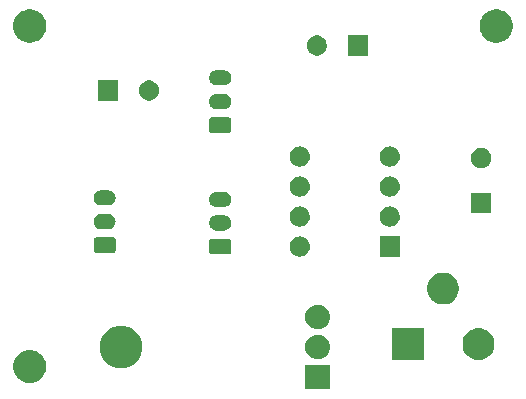
<source format=gbr>
G04 #@! TF.GenerationSoftware,KiCad,Pcbnew,(5.0.1)-rc2*
G04 #@! TF.CreationDate,2018-11-15T21:46:01-05:00*
G04 #@! TF.ProjectId,psu,7073752E6B696361645F706362000000,rev?*
G04 #@! TF.SameCoordinates,Original*
G04 #@! TF.FileFunction,Soldermask,Top*
G04 #@! TF.FilePolarity,Negative*
%FSLAX46Y46*%
G04 Gerber Fmt 4.6, Leading zero omitted, Abs format (unit mm)*
G04 Created by KiCad (PCBNEW (5.0.1)-rc2) date 11/15/2018 9:46:01 PM*
%MOMM*%
%LPD*%
G01*
G04 APERTURE LIST*
%ADD10C,0.100000*%
G04 APERTURE END LIST*
D10*
G36*
X163357000Y-108191500D02*
X161255000Y-108191500D01*
X161255000Y-106184500D01*
X163357000Y-106184500D01*
X163357000Y-108191500D01*
X163357000Y-108191500D01*
G37*
G36*
X138240433Y-104933893D02*
X138330657Y-104951839D01*
X138436267Y-104995585D01*
X138585621Y-105057449D01*
X138815089Y-105210774D01*
X139010226Y-105405911D01*
X139163551Y-105635379D01*
X139269161Y-105890344D01*
X139323000Y-106161012D01*
X139323000Y-106436988D01*
X139269161Y-106707656D01*
X139163551Y-106962621D01*
X139010226Y-107192089D01*
X138815089Y-107387226D01*
X138585621Y-107540551D01*
X138436267Y-107602415D01*
X138330657Y-107646161D01*
X138240433Y-107664107D01*
X138059988Y-107700000D01*
X137784012Y-107700000D01*
X137603567Y-107664107D01*
X137513343Y-107646161D01*
X137407733Y-107602415D01*
X137258379Y-107540551D01*
X137028911Y-107387226D01*
X136833774Y-107192089D01*
X136680449Y-106962621D01*
X136574839Y-106707656D01*
X136521000Y-106436988D01*
X136521000Y-106161012D01*
X136574839Y-105890344D01*
X136680449Y-105635379D01*
X136833774Y-105405911D01*
X137028911Y-105210774D01*
X137258379Y-105057449D01*
X137407733Y-104995585D01*
X137513343Y-104951839D01*
X137603567Y-104933893D01*
X137784012Y-104898000D01*
X138059988Y-104898000D01*
X138240433Y-104933893D01*
X138240433Y-104933893D01*
G37*
G36*
X145822669Y-102855686D02*
X145999058Y-102873059D01*
X146225385Y-102941714D01*
X146338549Y-102976042D01*
X146651425Y-103143279D01*
X146925661Y-103368339D01*
X147150721Y-103642575D01*
X147317958Y-103955451D01*
X147317958Y-103955452D01*
X147420941Y-104294942D01*
X147455714Y-104648000D01*
X147420941Y-105001058D01*
X147358102Y-105208210D01*
X147317958Y-105340549D01*
X147150721Y-105653425D01*
X146925661Y-105927661D01*
X146651425Y-106152721D01*
X146338549Y-106319958D01*
X146225385Y-106354286D01*
X145999058Y-106422941D01*
X145822669Y-106440314D01*
X145734476Y-106449000D01*
X145557524Y-106449000D01*
X145469331Y-106440314D01*
X145292942Y-106422941D01*
X145066615Y-106354286D01*
X144953451Y-106319958D01*
X144640575Y-106152721D01*
X144366339Y-105927661D01*
X144141279Y-105653425D01*
X143974042Y-105340549D01*
X143933898Y-105208210D01*
X143871059Y-105001058D01*
X143836286Y-104648000D01*
X143871059Y-104294942D01*
X143974042Y-103955452D01*
X143974042Y-103955451D01*
X144141279Y-103642575D01*
X144366339Y-103368339D01*
X144640575Y-103143279D01*
X144953451Y-102976042D01*
X145066615Y-102941714D01*
X145292942Y-102873059D01*
X145469331Y-102855686D01*
X145557524Y-102847000D01*
X145734476Y-102847000D01*
X145822669Y-102855686D01*
X145822669Y-102855686D01*
G37*
G36*
X171277000Y-105745000D02*
X168575000Y-105745000D01*
X168575000Y-103043000D01*
X171277000Y-103043000D01*
X171277000Y-105745000D01*
X171277000Y-105745000D01*
G37*
G36*
X176189567Y-103068959D02*
X176320072Y-103094918D01*
X176565939Y-103196759D01*
X176786464Y-103344110D01*
X176787215Y-103344612D01*
X176975388Y-103532785D01*
X176975390Y-103532788D01*
X177123241Y-103754061D01*
X177225082Y-103999928D01*
X177277000Y-104260938D01*
X177277000Y-104527062D01*
X177225082Y-104788072D01*
X177123241Y-105033939D01*
X176975890Y-105254464D01*
X176975388Y-105255215D01*
X176787215Y-105443388D01*
X176787212Y-105443390D01*
X176565939Y-105591241D01*
X176320072Y-105693082D01*
X176189567Y-105719041D01*
X176059063Y-105745000D01*
X175792937Y-105745000D01*
X175662433Y-105719041D01*
X175531928Y-105693082D01*
X175286061Y-105591241D01*
X175064788Y-105443390D01*
X175064785Y-105443388D01*
X174876612Y-105255215D01*
X174876110Y-105254464D01*
X174728759Y-105033939D01*
X174626918Y-104788072D01*
X174575000Y-104527062D01*
X174575000Y-104260938D01*
X174626918Y-103999928D01*
X174728759Y-103754061D01*
X174876610Y-103532788D01*
X174876612Y-103532785D01*
X175064785Y-103344612D01*
X175065536Y-103344110D01*
X175286061Y-103196759D01*
X175531928Y-103094918D01*
X175662433Y-103068959D01*
X175792937Y-103043000D01*
X176059063Y-103043000D01*
X176189567Y-103068959D01*
X176189567Y-103068959D01*
G37*
G36*
X162461764Y-103650308D02*
X162550220Y-103659020D01*
X162739381Y-103716401D01*
X162913712Y-103809583D01*
X163066515Y-103934985D01*
X163191917Y-104087788D01*
X163285099Y-104262119D01*
X163342480Y-104451280D01*
X163361855Y-104648000D01*
X163342480Y-104844720D01*
X163285099Y-105033881D01*
X163191917Y-105208212D01*
X163066515Y-105361015D01*
X162913712Y-105486417D01*
X162739381Y-105579599D01*
X162550220Y-105636980D01*
X162461764Y-105645692D01*
X162402796Y-105651500D01*
X162209204Y-105651500D01*
X162150236Y-105645692D01*
X162061780Y-105636980D01*
X161872619Y-105579599D01*
X161698288Y-105486417D01*
X161545485Y-105361015D01*
X161420083Y-105208212D01*
X161326901Y-105033881D01*
X161269520Y-104844720D01*
X161250145Y-104648000D01*
X161269520Y-104451280D01*
X161326901Y-104262119D01*
X161420083Y-104087788D01*
X161545485Y-103934985D01*
X161698288Y-103809583D01*
X161872619Y-103716401D01*
X162061780Y-103659020D01*
X162150236Y-103650308D01*
X162209204Y-103644500D01*
X162402796Y-103644500D01*
X162461764Y-103650308D01*
X162461764Y-103650308D01*
G37*
G36*
X162461764Y-101110308D02*
X162550220Y-101119020D01*
X162739381Y-101176401D01*
X162913712Y-101269583D01*
X163066515Y-101394985D01*
X163191917Y-101547788D01*
X163285099Y-101722119D01*
X163342480Y-101911280D01*
X163361855Y-102108000D01*
X163342480Y-102304720D01*
X163285099Y-102493881D01*
X163191917Y-102668212D01*
X163066515Y-102821015D01*
X162913712Y-102946417D01*
X162739381Y-103039599D01*
X162550220Y-103096980D01*
X162461764Y-103105692D01*
X162402796Y-103111500D01*
X162209204Y-103111500D01*
X162150236Y-103105692D01*
X162061780Y-103096980D01*
X161872619Y-103039599D01*
X161698288Y-102946417D01*
X161545485Y-102821015D01*
X161420083Y-102668212D01*
X161326901Y-102493881D01*
X161269520Y-102304720D01*
X161250145Y-102108000D01*
X161269520Y-101911280D01*
X161326901Y-101722119D01*
X161420083Y-101547788D01*
X161545485Y-101394985D01*
X161698288Y-101269583D01*
X161872619Y-101176401D01*
X162061780Y-101119020D01*
X162150236Y-101110308D01*
X162209204Y-101104500D01*
X162402796Y-101104500D01*
X162461764Y-101110308D01*
X162461764Y-101110308D01*
G37*
G36*
X173189567Y-98368959D02*
X173320072Y-98394918D01*
X173565939Y-98496759D01*
X173786464Y-98644110D01*
X173787215Y-98644612D01*
X173975388Y-98832785D01*
X173975390Y-98832788D01*
X174123241Y-99054061D01*
X174225082Y-99299928D01*
X174277000Y-99560938D01*
X174277000Y-99827062D01*
X174225082Y-100088072D01*
X174123241Y-100333939D01*
X173975890Y-100554464D01*
X173975388Y-100555215D01*
X173787215Y-100743388D01*
X173787212Y-100743390D01*
X173565939Y-100891241D01*
X173320072Y-100993082D01*
X173189567Y-101019041D01*
X173059063Y-101045000D01*
X172792937Y-101045000D01*
X172662433Y-101019041D01*
X172531928Y-100993082D01*
X172286061Y-100891241D01*
X172064788Y-100743390D01*
X172064785Y-100743388D01*
X171876612Y-100555215D01*
X171876110Y-100554464D01*
X171728759Y-100333939D01*
X171626918Y-100088072D01*
X171575000Y-99827062D01*
X171575000Y-99560938D01*
X171626918Y-99299928D01*
X171728759Y-99054061D01*
X171876610Y-98832788D01*
X171876612Y-98832785D01*
X172064785Y-98644612D01*
X172065536Y-98644110D01*
X172286061Y-98496759D01*
X172531928Y-98394918D01*
X172662433Y-98368959D01*
X172792937Y-98343000D01*
X173059063Y-98343000D01*
X173189567Y-98368959D01*
X173189567Y-98368959D01*
G37*
G36*
X160948821Y-95300313D02*
X160948824Y-95300314D01*
X160948825Y-95300314D01*
X161109239Y-95348975D01*
X161109241Y-95348976D01*
X161109244Y-95348977D01*
X161257078Y-95427995D01*
X161386659Y-95534341D01*
X161493005Y-95663922D01*
X161572023Y-95811756D01*
X161620687Y-95972179D01*
X161637117Y-96139000D01*
X161620687Y-96305821D01*
X161620686Y-96305824D01*
X161620686Y-96305825D01*
X161594621Y-96391751D01*
X161572023Y-96466244D01*
X161493005Y-96614078D01*
X161386659Y-96743659D01*
X161257078Y-96850005D01*
X161109244Y-96929023D01*
X161109241Y-96929024D01*
X161109239Y-96929025D01*
X160948825Y-96977686D01*
X160948824Y-96977686D01*
X160948821Y-96977687D01*
X160823804Y-96990000D01*
X160740196Y-96990000D01*
X160615179Y-96977687D01*
X160615176Y-96977686D01*
X160615175Y-96977686D01*
X160454761Y-96929025D01*
X160454759Y-96929024D01*
X160454756Y-96929023D01*
X160306922Y-96850005D01*
X160177341Y-96743659D01*
X160070995Y-96614078D01*
X159991977Y-96466244D01*
X159969380Y-96391751D01*
X159943314Y-96305825D01*
X159943314Y-96305824D01*
X159943313Y-96305821D01*
X159926883Y-96139000D01*
X159943313Y-95972179D01*
X159991977Y-95811756D01*
X160070995Y-95663922D01*
X160177341Y-95534341D01*
X160306922Y-95427995D01*
X160454756Y-95348977D01*
X160454759Y-95348976D01*
X160454761Y-95348975D01*
X160615175Y-95300314D01*
X160615176Y-95300314D01*
X160615179Y-95300313D01*
X160740196Y-95288000D01*
X160823804Y-95288000D01*
X160948821Y-95300313D01*
X160948821Y-95300313D01*
G37*
G36*
X169253000Y-96990000D02*
X167551000Y-96990000D01*
X167551000Y-95288000D01*
X169253000Y-95288000D01*
X169253000Y-96990000D01*
X169253000Y-96990000D01*
G37*
G36*
X154817242Y-95492404D02*
X154854339Y-95503657D01*
X154888520Y-95521927D01*
X154918482Y-95546518D01*
X154943073Y-95576480D01*
X154961343Y-95610661D01*
X154972596Y-95647758D01*
X154977000Y-95692473D01*
X154977000Y-96585527D01*
X154972596Y-96630242D01*
X154961343Y-96667339D01*
X154943073Y-96701520D01*
X154918482Y-96731482D01*
X154888520Y-96756073D01*
X154854339Y-96774343D01*
X154817242Y-96785596D01*
X154772527Y-96790000D01*
X153329473Y-96790000D01*
X153284758Y-96785596D01*
X153247661Y-96774343D01*
X153213480Y-96756073D01*
X153183518Y-96731482D01*
X153158927Y-96701520D01*
X153140657Y-96667339D01*
X153129404Y-96630242D01*
X153125000Y-96585527D01*
X153125000Y-95692473D01*
X153129404Y-95647758D01*
X153140657Y-95610661D01*
X153158927Y-95576480D01*
X153183518Y-95546518D01*
X153213480Y-95521927D01*
X153247661Y-95503657D01*
X153284758Y-95492404D01*
X153329473Y-95488000D01*
X154772527Y-95488000D01*
X154817242Y-95492404D01*
X154817242Y-95492404D01*
G37*
G36*
X145038242Y-95365404D02*
X145075339Y-95376657D01*
X145109520Y-95394927D01*
X145139482Y-95419518D01*
X145164073Y-95449480D01*
X145182343Y-95483661D01*
X145193596Y-95520758D01*
X145198000Y-95565473D01*
X145198000Y-96458527D01*
X145193596Y-96503242D01*
X145182343Y-96540339D01*
X145164073Y-96574520D01*
X145139482Y-96604482D01*
X145109520Y-96629073D01*
X145075339Y-96647343D01*
X145038242Y-96658596D01*
X144993527Y-96663000D01*
X143550473Y-96663000D01*
X143505758Y-96658596D01*
X143468661Y-96647343D01*
X143434480Y-96629073D01*
X143404518Y-96604482D01*
X143379927Y-96574520D01*
X143361657Y-96540339D01*
X143350404Y-96503242D01*
X143346000Y-96458527D01*
X143346000Y-95565473D01*
X143350404Y-95520758D01*
X143361657Y-95483661D01*
X143379927Y-95449480D01*
X143404518Y-95419518D01*
X143434480Y-95394927D01*
X143468661Y-95376657D01*
X143505758Y-95365404D01*
X143550473Y-95361000D01*
X144993527Y-95361000D01*
X145038242Y-95365404D01*
X145038242Y-95365404D01*
G37*
G36*
X154389855Y-93491140D02*
X154453618Y-93497420D01*
X154535427Y-93522237D01*
X154576333Y-93534645D01*
X154604025Y-93549447D01*
X154689426Y-93595095D01*
X154788553Y-93676447D01*
X154869905Y-93775574D01*
X154869906Y-93775576D01*
X154930355Y-93888667D01*
X154930355Y-93888668D01*
X154967580Y-94011382D01*
X154980149Y-94139000D01*
X154967580Y-94266618D01*
X154942763Y-94348427D01*
X154930355Y-94389333D01*
X154876819Y-94489491D01*
X154869905Y-94502426D01*
X154788553Y-94601553D01*
X154689426Y-94682905D01*
X154689424Y-94682906D01*
X154576333Y-94743355D01*
X154535427Y-94755763D01*
X154453618Y-94780580D01*
X154389855Y-94786860D01*
X154357974Y-94790000D01*
X153744026Y-94790000D01*
X153712145Y-94786860D01*
X153648382Y-94780580D01*
X153566573Y-94755763D01*
X153525667Y-94743355D01*
X153412576Y-94682906D01*
X153412574Y-94682905D01*
X153313447Y-94601553D01*
X153232095Y-94502426D01*
X153225181Y-94489491D01*
X153171645Y-94389333D01*
X153159237Y-94348427D01*
X153134420Y-94266618D01*
X153121851Y-94139000D01*
X153134420Y-94011382D01*
X153171645Y-93888668D01*
X153171645Y-93888667D01*
X153232094Y-93775576D01*
X153232095Y-93775574D01*
X153313447Y-93676447D01*
X153412574Y-93595095D01*
X153497975Y-93549447D01*
X153525667Y-93534645D01*
X153566573Y-93522237D01*
X153648382Y-93497420D01*
X153712145Y-93491140D01*
X153744026Y-93488000D01*
X154357974Y-93488000D01*
X154389855Y-93491140D01*
X154389855Y-93491140D01*
G37*
G36*
X144610855Y-93364140D02*
X144674618Y-93370420D01*
X144756427Y-93395237D01*
X144797333Y-93407645D01*
X144843232Y-93432179D01*
X144910426Y-93468095D01*
X145009553Y-93549447D01*
X145090905Y-93648574D01*
X145090906Y-93648576D01*
X145151355Y-93761667D01*
X145155574Y-93775576D01*
X145188580Y-93884382D01*
X145201149Y-94012000D01*
X145188580Y-94139618D01*
X145169153Y-94203659D01*
X145151355Y-94262333D01*
X145097819Y-94362491D01*
X145090905Y-94375426D01*
X145009553Y-94474553D01*
X144910426Y-94555905D01*
X144910424Y-94555906D01*
X144797333Y-94616355D01*
X144756427Y-94628763D01*
X144674618Y-94653580D01*
X144610855Y-94659860D01*
X144578974Y-94663000D01*
X143965026Y-94663000D01*
X143933145Y-94659860D01*
X143869382Y-94653580D01*
X143787573Y-94628763D01*
X143746667Y-94616355D01*
X143633576Y-94555906D01*
X143633574Y-94555905D01*
X143534447Y-94474553D01*
X143453095Y-94375426D01*
X143446181Y-94362491D01*
X143392645Y-94262333D01*
X143374847Y-94203659D01*
X143355420Y-94139618D01*
X143342851Y-94012000D01*
X143355420Y-93884382D01*
X143388426Y-93775576D01*
X143392645Y-93761667D01*
X143453094Y-93648576D01*
X143453095Y-93648574D01*
X143534447Y-93549447D01*
X143633574Y-93468095D01*
X143700768Y-93432179D01*
X143746667Y-93407645D01*
X143787573Y-93395237D01*
X143869382Y-93370420D01*
X143933145Y-93364140D01*
X143965026Y-93361000D01*
X144578974Y-93361000D01*
X144610855Y-93364140D01*
X144610855Y-93364140D01*
G37*
G36*
X168568821Y-92760313D02*
X168568824Y-92760314D01*
X168568825Y-92760314D01*
X168729239Y-92808975D01*
X168729241Y-92808976D01*
X168729244Y-92808977D01*
X168877078Y-92887995D01*
X169006659Y-92994341D01*
X169113005Y-93123922D01*
X169192023Y-93271756D01*
X169192024Y-93271759D01*
X169192025Y-93271761D01*
X169219095Y-93361000D01*
X169240687Y-93432179D01*
X169257117Y-93599000D01*
X169240687Y-93765821D01*
X169240686Y-93765824D01*
X169240686Y-93765825D01*
X169204722Y-93884384D01*
X169192023Y-93926244D01*
X169113005Y-94074078D01*
X169006659Y-94203659D01*
X168877078Y-94310005D01*
X168729244Y-94389023D01*
X168729241Y-94389024D01*
X168729239Y-94389025D01*
X168568825Y-94437686D01*
X168568824Y-94437686D01*
X168568821Y-94437687D01*
X168443804Y-94450000D01*
X168360196Y-94450000D01*
X168235179Y-94437687D01*
X168235176Y-94437686D01*
X168235175Y-94437686D01*
X168074761Y-94389025D01*
X168074759Y-94389024D01*
X168074756Y-94389023D01*
X167926922Y-94310005D01*
X167797341Y-94203659D01*
X167690995Y-94074078D01*
X167611977Y-93926244D01*
X167599279Y-93884384D01*
X167563314Y-93765825D01*
X167563314Y-93765824D01*
X167563313Y-93765821D01*
X167546883Y-93599000D01*
X167563313Y-93432179D01*
X167584905Y-93361000D01*
X167611975Y-93271761D01*
X167611976Y-93271759D01*
X167611977Y-93271756D01*
X167690995Y-93123922D01*
X167797341Y-92994341D01*
X167926922Y-92887995D01*
X168074756Y-92808977D01*
X168074759Y-92808976D01*
X168074761Y-92808975D01*
X168235175Y-92760314D01*
X168235176Y-92760314D01*
X168235179Y-92760313D01*
X168360196Y-92748000D01*
X168443804Y-92748000D01*
X168568821Y-92760313D01*
X168568821Y-92760313D01*
G37*
G36*
X160948821Y-92760313D02*
X160948824Y-92760314D01*
X160948825Y-92760314D01*
X161109239Y-92808975D01*
X161109241Y-92808976D01*
X161109244Y-92808977D01*
X161257078Y-92887995D01*
X161386659Y-92994341D01*
X161493005Y-93123922D01*
X161572023Y-93271756D01*
X161572024Y-93271759D01*
X161572025Y-93271761D01*
X161599095Y-93361000D01*
X161620687Y-93432179D01*
X161637117Y-93599000D01*
X161620687Y-93765821D01*
X161620686Y-93765824D01*
X161620686Y-93765825D01*
X161584722Y-93884384D01*
X161572023Y-93926244D01*
X161493005Y-94074078D01*
X161386659Y-94203659D01*
X161257078Y-94310005D01*
X161109244Y-94389023D01*
X161109241Y-94389024D01*
X161109239Y-94389025D01*
X160948825Y-94437686D01*
X160948824Y-94437686D01*
X160948821Y-94437687D01*
X160823804Y-94450000D01*
X160740196Y-94450000D01*
X160615179Y-94437687D01*
X160615176Y-94437686D01*
X160615175Y-94437686D01*
X160454761Y-94389025D01*
X160454759Y-94389024D01*
X160454756Y-94389023D01*
X160306922Y-94310005D01*
X160177341Y-94203659D01*
X160070995Y-94074078D01*
X159991977Y-93926244D01*
X159979279Y-93884384D01*
X159943314Y-93765825D01*
X159943314Y-93765824D01*
X159943313Y-93765821D01*
X159926883Y-93599000D01*
X159943313Y-93432179D01*
X159964905Y-93361000D01*
X159991975Y-93271761D01*
X159991976Y-93271759D01*
X159991977Y-93271756D01*
X160070995Y-93123922D01*
X160177341Y-92994341D01*
X160306922Y-92887995D01*
X160454756Y-92808977D01*
X160454759Y-92808976D01*
X160454761Y-92808975D01*
X160615175Y-92760314D01*
X160615176Y-92760314D01*
X160615179Y-92760313D01*
X160740196Y-92748000D01*
X160823804Y-92748000D01*
X160948821Y-92760313D01*
X160948821Y-92760313D01*
G37*
G36*
X177000000Y-93307000D02*
X175298000Y-93307000D01*
X175298000Y-91605000D01*
X177000000Y-91605000D01*
X177000000Y-93307000D01*
X177000000Y-93307000D01*
G37*
G36*
X154389855Y-91491140D02*
X154453618Y-91497420D01*
X154535427Y-91522237D01*
X154576333Y-91534645D01*
X154604025Y-91549447D01*
X154689426Y-91595095D01*
X154788553Y-91676447D01*
X154869905Y-91775574D01*
X154869906Y-91775576D01*
X154930355Y-91888667D01*
X154930355Y-91888668D01*
X154967580Y-92011382D01*
X154980149Y-92139000D01*
X154967580Y-92266618D01*
X154942763Y-92348427D01*
X154930355Y-92389333D01*
X154876819Y-92489491D01*
X154869905Y-92502426D01*
X154788553Y-92601553D01*
X154689426Y-92682905D01*
X154689424Y-92682906D01*
X154576333Y-92743355D01*
X154561020Y-92748000D01*
X154453618Y-92780580D01*
X154389855Y-92786860D01*
X154357974Y-92790000D01*
X153744026Y-92790000D01*
X153712145Y-92786860D01*
X153648382Y-92780580D01*
X153540980Y-92748000D01*
X153525667Y-92743355D01*
X153412576Y-92682906D01*
X153412574Y-92682905D01*
X153313447Y-92601553D01*
X153232095Y-92502426D01*
X153225181Y-92489491D01*
X153171645Y-92389333D01*
X153159237Y-92348427D01*
X153134420Y-92266618D01*
X153121851Y-92139000D01*
X153134420Y-92011382D01*
X153171645Y-91888668D01*
X153171645Y-91888667D01*
X153232094Y-91775576D01*
X153232095Y-91775574D01*
X153313447Y-91676447D01*
X153412574Y-91595095D01*
X153497975Y-91549447D01*
X153525667Y-91534645D01*
X153566573Y-91522237D01*
X153648382Y-91497420D01*
X153712145Y-91491140D01*
X153744026Y-91488000D01*
X154357974Y-91488000D01*
X154389855Y-91491140D01*
X154389855Y-91491140D01*
G37*
G36*
X144610855Y-91364140D02*
X144674618Y-91370420D01*
X144756427Y-91395237D01*
X144797333Y-91407645D01*
X144897491Y-91461181D01*
X144910426Y-91468095D01*
X145009553Y-91549447D01*
X145090905Y-91648574D01*
X145090906Y-91648576D01*
X145151355Y-91761667D01*
X145155574Y-91775576D01*
X145188580Y-91884382D01*
X145201149Y-92012000D01*
X145188580Y-92139618D01*
X145163763Y-92221427D01*
X145151355Y-92262333D01*
X145097819Y-92362491D01*
X145090905Y-92375426D01*
X145009553Y-92474553D01*
X144910426Y-92555905D01*
X144910424Y-92555906D01*
X144797333Y-92616355D01*
X144756427Y-92628763D01*
X144674618Y-92653580D01*
X144610855Y-92659860D01*
X144578974Y-92663000D01*
X143965026Y-92663000D01*
X143933145Y-92659860D01*
X143869382Y-92653580D01*
X143787573Y-92628763D01*
X143746667Y-92616355D01*
X143633576Y-92555906D01*
X143633574Y-92555905D01*
X143534447Y-92474553D01*
X143453095Y-92375426D01*
X143446181Y-92362491D01*
X143392645Y-92262333D01*
X143380237Y-92221427D01*
X143355420Y-92139618D01*
X143342851Y-92012000D01*
X143355420Y-91884382D01*
X143388426Y-91775576D01*
X143392645Y-91761667D01*
X143453094Y-91648576D01*
X143453095Y-91648574D01*
X143534447Y-91549447D01*
X143633574Y-91468095D01*
X143646509Y-91461181D01*
X143746667Y-91407645D01*
X143787573Y-91395237D01*
X143869382Y-91370420D01*
X143933145Y-91364140D01*
X143965026Y-91361000D01*
X144578974Y-91361000D01*
X144610855Y-91364140D01*
X144610855Y-91364140D01*
G37*
G36*
X168568821Y-90220313D02*
X168568824Y-90220314D01*
X168568825Y-90220314D01*
X168729239Y-90268975D01*
X168729241Y-90268976D01*
X168729244Y-90268977D01*
X168877078Y-90347995D01*
X169006659Y-90454341D01*
X169113005Y-90583922D01*
X169192023Y-90731756D01*
X169240687Y-90892179D01*
X169257117Y-91059000D01*
X169240687Y-91225821D01*
X169240686Y-91225824D01*
X169240686Y-91225825D01*
X169196824Y-91370420D01*
X169192023Y-91386244D01*
X169113005Y-91534078D01*
X169006659Y-91663659D01*
X168877078Y-91770005D01*
X168729244Y-91849023D01*
X168729241Y-91849024D01*
X168729239Y-91849025D01*
X168568825Y-91897686D01*
X168568824Y-91897686D01*
X168568821Y-91897687D01*
X168443804Y-91910000D01*
X168360196Y-91910000D01*
X168235179Y-91897687D01*
X168235176Y-91897686D01*
X168235175Y-91897686D01*
X168074761Y-91849025D01*
X168074759Y-91849024D01*
X168074756Y-91849023D01*
X167926922Y-91770005D01*
X167797341Y-91663659D01*
X167690995Y-91534078D01*
X167611977Y-91386244D01*
X167607177Y-91370420D01*
X167563314Y-91225825D01*
X167563314Y-91225824D01*
X167563313Y-91225821D01*
X167546883Y-91059000D01*
X167563313Y-90892179D01*
X167611977Y-90731756D01*
X167690995Y-90583922D01*
X167797341Y-90454341D01*
X167926922Y-90347995D01*
X168074756Y-90268977D01*
X168074759Y-90268976D01*
X168074761Y-90268975D01*
X168235175Y-90220314D01*
X168235176Y-90220314D01*
X168235179Y-90220313D01*
X168360196Y-90208000D01*
X168443804Y-90208000D01*
X168568821Y-90220313D01*
X168568821Y-90220313D01*
G37*
G36*
X160948821Y-90220313D02*
X160948824Y-90220314D01*
X160948825Y-90220314D01*
X161109239Y-90268975D01*
X161109241Y-90268976D01*
X161109244Y-90268977D01*
X161257078Y-90347995D01*
X161386659Y-90454341D01*
X161493005Y-90583922D01*
X161572023Y-90731756D01*
X161620687Y-90892179D01*
X161637117Y-91059000D01*
X161620687Y-91225821D01*
X161620686Y-91225824D01*
X161620686Y-91225825D01*
X161576824Y-91370420D01*
X161572023Y-91386244D01*
X161493005Y-91534078D01*
X161386659Y-91663659D01*
X161257078Y-91770005D01*
X161109244Y-91849023D01*
X161109241Y-91849024D01*
X161109239Y-91849025D01*
X160948825Y-91897686D01*
X160948824Y-91897686D01*
X160948821Y-91897687D01*
X160823804Y-91910000D01*
X160740196Y-91910000D01*
X160615179Y-91897687D01*
X160615176Y-91897686D01*
X160615175Y-91897686D01*
X160454761Y-91849025D01*
X160454759Y-91849024D01*
X160454756Y-91849023D01*
X160306922Y-91770005D01*
X160177341Y-91663659D01*
X160070995Y-91534078D01*
X159991977Y-91386244D01*
X159987177Y-91370420D01*
X159943314Y-91225825D01*
X159943314Y-91225824D01*
X159943313Y-91225821D01*
X159926883Y-91059000D01*
X159943313Y-90892179D01*
X159991977Y-90731756D01*
X160070995Y-90583922D01*
X160177341Y-90454341D01*
X160306922Y-90347995D01*
X160454756Y-90268977D01*
X160454759Y-90268976D01*
X160454761Y-90268975D01*
X160615175Y-90220314D01*
X160615176Y-90220314D01*
X160615179Y-90220313D01*
X160740196Y-90208000D01*
X160823804Y-90208000D01*
X160948821Y-90220313D01*
X160948821Y-90220313D01*
G37*
G36*
X176397228Y-87837703D02*
X176552100Y-87901853D01*
X176691481Y-87994985D01*
X176810015Y-88113519D01*
X176903147Y-88252900D01*
X176967297Y-88407772D01*
X177000000Y-88572184D01*
X177000000Y-88739816D01*
X176967297Y-88904228D01*
X176903147Y-89059100D01*
X176810015Y-89198481D01*
X176691481Y-89317015D01*
X176552100Y-89410147D01*
X176397228Y-89474297D01*
X176232816Y-89507000D01*
X176065184Y-89507000D01*
X175900772Y-89474297D01*
X175745900Y-89410147D01*
X175606519Y-89317015D01*
X175487985Y-89198481D01*
X175394853Y-89059100D01*
X175330703Y-88904228D01*
X175298000Y-88739816D01*
X175298000Y-88572184D01*
X175330703Y-88407772D01*
X175394853Y-88252900D01*
X175487985Y-88113519D01*
X175606519Y-87994985D01*
X175745900Y-87901853D01*
X175900772Y-87837703D01*
X176065184Y-87805000D01*
X176232816Y-87805000D01*
X176397228Y-87837703D01*
X176397228Y-87837703D01*
G37*
G36*
X160948821Y-87680313D02*
X160948824Y-87680314D01*
X160948825Y-87680314D01*
X161109239Y-87728975D01*
X161109241Y-87728976D01*
X161109244Y-87728977D01*
X161257078Y-87807995D01*
X161386659Y-87914341D01*
X161493005Y-88043922D01*
X161572023Y-88191756D01*
X161620687Y-88352179D01*
X161637117Y-88519000D01*
X161620687Y-88685821D01*
X161572023Y-88846244D01*
X161493005Y-88994078D01*
X161386659Y-89123659D01*
X161257078Y-89230005D01*
X161109244Y-89309023D01*
X161109241Y-89309024D01*
X161109239Y-89309025D01*
X160948825Y-89357686D01*
X160948824Y-89357686D01*
X160948821Y-89357687D01*
X160823804Y-89370000D01*
X160740196Y-89370000D01*
X160615179Y-89357687D01*
X160615176Y-89357686D01*
X160615175Y-89357686D01*
X160454761Y-89309025D01*
X160454759Y-89309024D01*
X160454756Y-89309023D01*
X160306922Y-89230005D01*
X160177341Y-89123659D01*
X160070995Y-88994078D01*
X159991977Y-88846244D01*
X159943313Y-88685821D01*
X159926883Y-88519000D01*
X159943313Y-88352179D01*
X159991977Y-88191756D01*
X160070995Y-88043922D01*
X160177341Y-87914341D01*
X160306922Y-87807995D01*
X160454756Y-87728977D01*
X160454759Y-87728976D01*
X160454761Y-87728975D01*
X160615175Y-87680314D01*
X160615176Y-87680314D01*
X160615179Y-87680313D01*
X160740196Y-87668000D01*
X160823804Y-87668000D01*
X160948821Y-87680313D01*
X160948821Y-87680313D01*
G37*
G36*
X168568821Y-87680313D02*
X168568824Y-87680314D01*
X168568825Y-87680314D01*
X168729239Y-87728975D01*
X168729241Y-87728976D01*
X168729244Y-87728977D01*
X168877078Y-87807995D01*
X169006659Y-87914341D01*
X169113005Y-88043922D01*
X169192023Y-88191756D01*
X169240687Y-88352179D01*
X169257117Y-88519000D01*
X169240687Y-88685821D01*
X169192023Y-88846244D01*
X169113005Y-88994078D01*
X169006659Y-89123659D01*
X168877078Y-89230005D01*
X168729244Y-89309023D01*
X168729241Y-89309024D01*
X168729239Y-89309025D01*
X168568825Y-89357686D01*
X168568824Y-89357686D01*
X168568821Y-89357687D01*
X168443804Y-89370000D01*
X168360196Y-89370000D01*
X168235179Y-89357687D01*
X168235176Y-89357686D01*
X168235175Y-89357686D01*
X168074761Y-89309025D01*
X168074759Y-89309024D01*
X168074756Y-89309023D01*
X167926922Y-89230005D01*
X167797341Y-89123659D01*
X167690995Y-88994078D01*
X167611977Y-88846244D01*
X167563313Y-88685821D01*
X167546883Y-88519000D01*
X167563313Y-88352179D01*
X167611977Y-88191756D01*
X167690995Y-88043922D01*
X167797341Y-87914341D01*
X167926922Y-87807995D01*
X168074756Y-87728977D01*
X168074759Y-87728976D01*
X168074761Y-87728975D01*
X168235175Y-87680314D01*
X168235176Y-87680314D01*
X168235179Y-87680313D01*
X168360196Y-87668000D01*
X168443804Y-87668000D01*
X168568821Y-87680313D01*
X168568821Y-87680313D01*
G37*
G36*
X154817242Y-85205404D02*
X154854339Y-85216657D01*
X154888520Y-85234927D01*
X154918482Y-85259518D01*
X154943073Y-85289480D01*
X154961343Y-85323661D01*
X154972596Y-85360758D01*
X154977000Y-85405473D01*
X154977000Y-86298527D01*
X154972596Y-86343242D01*
X154961343Y-86380339D01*
X154943073Y-86414520D01*
X154918482Y-86444482D01*
X154888520Y-86469073D01*
X154854339Y-86487343D01*
X154817242Y-86498596D01*
X154772527Y-86503000D01*
X153329473Y-86503000D01*
X153284758Y-86498596D01*
X153247661Y-86487343D01*
X153213480Y-86469073D01*
X153183518Y-86444482D01*
X153158927Y-86414520D01*
X153140657Y-86380339D01*
X153129404Y-86343242D01*
X153125000Y-86298527D01*
X153125000Y-85405473D01*
X153129404Y-85360758D01*
X153140657Y-85323661D01*
X153158927Y-85289480D01*
X153183518Y-85259518D01*
X153213480Y-85234927D01*
X153247661Y-85216657D01*
X153284758Y-85205404D01*
X153329473Y-85201000D01*
X154772527Y-85201000D01*
X154817242Y-85205404D01*
X154817242Y-85205404D01*
G37*
G36*
X154389855Y-83204140D02*
X154453618Y-83210420D01*
X154535427Y-83235237D01*
X154576333Y-83247645D01*
X154676491Y-83301181D01*
X154689426Y-83308095D01*
X154788553Y-83389447D01*
X154869905Y-83488574D01*
X154869906Y-83488576D01*
X154930355Y-83601667D01*
X154930355Y-83601668D01*
X154967580Y-83724382D01*
X154980149Y-83852000D01*
X154967580Y-83979618D01*
X154942763Y-84061427D01*
X154930355Y-84102333D01*
X154876819Y-84202491D01*
X154869905Y-84215426D01*
X154788553Y-84314553D01*
X154689426Y-84395905D01*
X154689424Y-84395906D01*
X154576333Y-84456355D01*
X154535427Y-84468763D01*
X154453618Y-84493580D01*
X154389855Y-84499860D01*
X154357974Y-84503000D01*
X153744026Y-84503000D01*
X153712145Y-84499860D01*
X153648382Y-84493580D01*
X153566573Y-84468763D01*
X153525667Y-84456355D01*
X153412576Y-84395906D01*
X153412574Y-84395905D01*
X153313447Y-84314553D01*
X153232095Y-84215426D01*
X153225181Y-84202491D01*
X153171645Y-84102333D01*
X153159237Y-84061427D01*
X153134420Y-83979618D01*
X153121851Y-83852000D01*
X153134420Y-83724382D01*
X153171645Y-83601668D01*
X153171645Y-83601667D01*
X153232094Y-83488576D01*
X153232095Y-83488574D01*
X153313447Y-83389447D01*
X153412574Y-83308095D01*
X153425509Y-83301181D01*
X153525667Y-83247645D01*
X153566573Y-83235237D01*
X153648382Y-83210420D01*
X153712145Y-83204140D01*
X153744026Y-83201000D01*
X154357974Y-83201000D01*
X154389855Y-83204140D01*
X154389855Y-83204140D01*
G37*
G36*
X145377000Y-83782000D02*
X143675000Y-83782000D01*
X143675000Y-82080000D01*
X145377000Y-82080000D01*
X145377000Y-83782000D01*
X145377000Y-83782000D01*
G37*
G36*
X148274228Y-82112703D02*
X148429100Y-82176853D01*
X148568481Y-82269985D01*
X148687015Y-82388519D01*
X148780147Y-82527900D01*
X148844297Y-82682772D01*
X148877000Y-82847184D01*
X148877000Y-83014816D01*
X148844297Y-83179228D01*
X148780147Y-83334100D01*
X148687015Y-83473481D01*
X148568481Y-83592015D01*
X148429100Y-83685147D01*
X148274228Y-83749297D01*
X148109816Y-83782000D01*
X147942184Y-83782000D01*
X147777772Y-83749297D01*
X147622900Y-83685147D01*
X147483519Y-83592015D01*
X147364985Y-83473481D01*
X147271853Y-83334100D01*
X147207703Y-83179228D01*
X147175000Y-83014816D01*
X147175000Y-82847184D01*
X147207703Y-82682772D01*
X147271853Y-82527900D01*
X147364985Y-82388519D01*
X147483519Y-82269985D01*
X147622900Y-82176853D01*
X147777772Y-82112703D01*
X147942184Y-82080000D01*
X148109816Y-82080000D01*
X148274228Y-82112703D01*
X148274228Y-82112703D01*
G37*
G36*
X154389855Y-81204140D02*
X154453618Y-81210420D01*
X154535427Y-81235237D01*
X154576333Y-81247645D01*
X154676491Y-81301181D01*
X154689426Y-81308095D01*
X154788553Y-81389447D01*
X154869905Y-81488574D01*
X154869906Y-81488576D01*
X154930355Y-81601667D01*
X154930355Y-81601668D01*
X154967580Y-81724382D01*
X154980149Y-81852000D01*
X154967580Y-81979618D01*
X154942763Y-82061427D01*
X154930355Y-82102333D01*
X154890523Y-82176853D01*
X154869905Y-82215426D01*
X154788553Y-82314553D01*
X154689426Y-82395905D01*
X154689424Y-82395906D01*
X154576333Y-82456355D01*
X154535427Y-82468763D01*
X154453618Y-82493580D01*
X154389855Y-82499860D01*
X154357974Y-82503000D01*
X153744026Y-82503000D01*
X153712145Y-82499860D01*
X153648382Y-82493580D01*
X153566573Y-82468763D01*
X153525667Y-82456355D01*
X153412576Y-82395906D01*
X153412574Y-82395905D01*
X153313447Y-82314553D01*
X153232095Y-82215426D01*
X153211477Y-82176853D01*
X153171645Y-82102333D01*
X153159237Y-82061427D01*
X153134420Y-81979618D01*
X153121851Y-81852000D01*
X153134420Y-81724382D01*
X153171645Y-81601668D01*
X153171645Y-81601667D01*
X153232094Y-81488576D01*
X153232095Y-81488574D01*
X153313447Y-81389447D01*
X153412574Y-81308095D01*
X153425509Y-81301181D01*
X153525667Y-81247645D01*
X153566573Y-81235237D01*
X153648382Y-81210420D01*
X153712145Y-81204140D01*
X153744026Y-81201000D01*
X154357974Y-81201000D01*
X154389855Y-81204140D01*
X154389855Y-81204140D01*
G37*
G36*
X162483228Y-78302703D02*
X162638100Y-78366853D01*
X162777481Y-78459985D01*
X162896015Y-78578519D01*
X162989147Y-78717900D01*
X163053297Y-78872772D01*
X163086000Y-79037184D01*
X163086000Y-79204816D01*
X163053297Y-79369228D01*
X162989147Y-79524100D01*
X162896015Y-79663481D01*
X162777481Y-79782015D01*
X162638100Y-79875147D01*
X162483228Y-79939297D01*
X162318816Y-79972000D01*
X162151184Y-79972000D01*
X161986772Y-79939297D01*
X161831900Y-79875147D01*
X161692519Y-79782015D01*
X161573985Y-79663481D01*
X161480853Y-79524100D01*
X161416703Y-79369228D01*
X161384000Y-79204816D01*
X161384000Y-79037184D01*
X161416703Y-78872772D01*
X161480853Y-78717900D01*
X161573985Y-78578519D01*
X161692519Y-78459985D01*
X161831900Y-78366853D01*
X161986772Y-78302703D01*
X162151184Y-78270000D01*
X162318816Y-78270000D01*
X162483228Y-78302703D01*
X162483228Y-78302703D01*
G37*
G36*
X166586000Y-79972000D02*
X164884000Y-79972000D01*
X164884000Y-78270000D01*
X166586000Y-78270000D01*
X166586000Y-79972000D01*
X166586000Y-79972000D01*
G37*
G36*
X138240433Y-76104893D02*
X138330657Y-76122839D01*
X138436267Y-76166585D01*
X138585621Y-76228449D01*
X138815089Y-76381774D01*
X139010226Y-76576911D01*
X139163551Y-76806379D01*
X139269161Y-77061344D01*
X139323000Y-77332012D01*
X139323000Y-77607988D01*
X139269161Y-77878656D01*
X139163551Y-78133621D01*
X139010226Y-78363089D01*
X138815089Y-78558226D01*
X138585621Y-78711551D01*
X138436267Y-78773415D01*
X138330657Y-78817161D01*
X138240433Y-78835107D01*
X138059988Y-78871000D01*
X137784012Y-78871000D01*
X137603567Y-78835107D01*
X137513343Y-78817161D01*
X137407733Y-78773415D01*
X137258379Y-78711551D01*
X137028911Y-78558226D01*
X136833774Y-78363089D01*
X136680449Y-78133621D01*
X136574839Y-77878656D01*
X136521000Y-77607988D01*
X136521000Y-77332012D01*
X136574839Y-77061344D01*
X136680449Y-76806379D01*
X136833774Y-76576911D01*
X137028911Y-76381774D01*
X137258379Y-76228449D01*
X137407733Y-76166585D01*
X137513343Y-76122839D01*
X137603567Y-76104893D01*
X137784012Y-76069000D01*
X138059988Y-76069000D01*
X138240433Y-76104893D01*
X138240433Y-76104893D01*
G37*
G36*
X177737433Y-76104893D02*
X177827657Y-76122839D01*
X177933267Y-76166585D01*
X178082621Y-76228449D01*
X178312089Y-76381774D01*
X178507226Y-76576911D01*
X178660551Y-76806379D01*
X178766161Y-77061344D01*
X178820000Y-77332012D01*
X178820000Y-77607988D01*
X178766161Y-77878656D01*
X178660551Y-78133621D01*
X178507226Y-78363089D01*
X178312089Y-78558226D01*
X178082621Y-78711551D01*
X177933267Y-78773415D01*
X177827657Y-78817161D01*
X177737433Y-78835107D01*
X177556988Y-78871000D01*
X177281012Y-78871000D01*
X177100567Y-78835107D01*
X177010343Y-78817161D01*
X176904733Y-78773415D01*
X176755379Y-78711551D01*
X176525911Y-78558226D01*
X176330774Y-78363089D01*
X176177449Y-78133621D01*
X176071839Y-77878656D01*
X176018000Y-77607988D01*
X176018000Y-77332012D01*
X176071839Y-77061344D01*
X176177449Y-76806379D01*
X176330774Y-76576911D01*
X176525911Y-76381774D01*
X176755379Y-76228449D01*
X176904733Y-76166585D01*
X177010343Y-76122839D01*
X177100567Y-76104893D01*
X177281012Y-76069000D01*
X177556988Y-76069000D01*
X177737433Y-76104893D01*
X177737433Y-76104893D01*
G37*
M02*

</source>
